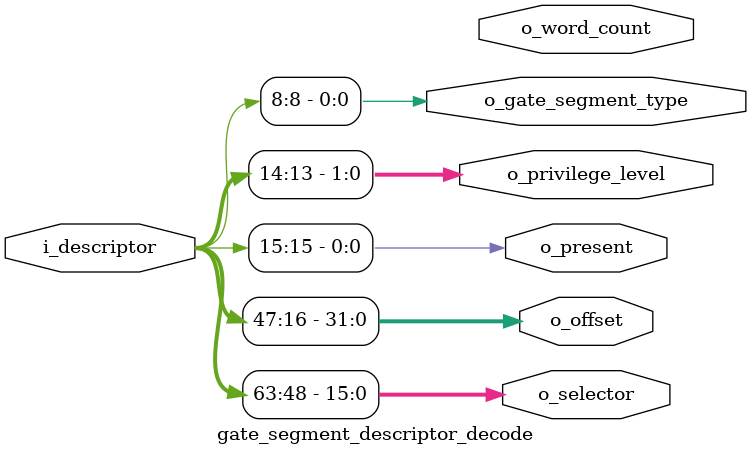
<source format=sv>
/*
project: w80386dx
author: Chang Wei<changwei1006@gmail.com>
repo: https://github.com/openx86/w80386dx
module: segment_descriptor_decode
create at: 2021-10-23 13:43:22
description: decode the segment register
*/

/* ref:
Intel386(TM) DX MICROPROCESSOR 32-BIT CHMOS MICROPROCESSOR WITH INTEGRATED MEMORY MANAGEMENT
4.3.4.6 GATE DESCRIPTORS (Se0, TYPEe4–7, C, F)
Gates are used to control access to entry points
within the target code segment. The various types of
gate descriptors are call gates, task gates, interrupt gates, and trap gates. Gates provide a level of
indirection between the source and destination of
the control transfer. This indirection allows the processor to automatically perform protection checks. It
also allows system designers to control entry points
to the operating system. Call gates are used to
change privilege levels (see section 4.4 Protection),
task gates are used to perform a task switch, and
interrupt and trap gates are used to specify interrupt
service routines.
Figure 4-8 shows the format of the four types of gate
descriptors. Call gates are primarily used to transfer
program control to a more privileged level. The call
gate descriptor consists of three fields: the access
byte, a long pointer (selector and offset) which
points to the start of a routine and a word count
which specifies how many parameters are to be copied from the caller’s stack to the stack of the called
routine. The word count field is only used by call
gates when there is a change in the privilege level,
other types of gates ignore the word count field.
Interrupt and trap gates use the destination selector
and destination offset fields of the gate descriptor as
a pointer to the start of the interrupt or trap handler
routines. The difference between interrupt gates and
trap gates is that the interrupt gate disables interrupts (resets the IF bit) while the trap gate does not.
*/

module gate_segment_descriptor_decode (
    // ports
    output logic [15:0] o_selector,
    output logic [31:0] o_offset,
    output logic        o_present,
    output logic [ 1:0] o_privilege_level,
    output logic        o_gate_segment_type,
    output logic [ 4:0] o_word_count,
    input  logic [63:0] i_descriptor
);

typedef enum logic [3:0] {
    // GATE_SEG_TYPE_INVALID_80286 = 4'h0,
    // GATE_SEG_TYPE_AVAILABLE_80286_TSS = 4'h1,
    // GATE_SEG_TYPE_LDT = 4'h2,
    // GATE_SEG_TYPE_BUSY_80286_TSS = 4'h3,
    GATE_SEG_TYPE_80286_CALL_GATE = 4'h4,
    GATE_SEG_TYPE_TASK_GATE = 4'h5,
    GATE_SEG_TYPE_80286_INTERRUPT_GATE = 4'h6,
    GATE_SEG_TYPE_80286_TRAP_GATE = 4'h7,
    // GATE_SEG_TYPE_INVALID_80286 = 4'h8,
    // GATE_SEG_TYPE_AVAILABLE_80386_TSS = 4'h9,
    // GATE_SEG_TYPE_UNDEFINED_0 = 4'hA,
    // GATE_SEG_TYPE_BUSY_80386_TSS = 4'hB,
    GATE_SEG_TYPE_80386_CALL_GATE = 4'hC,
    // GATE_SEG_TYPE_UNDEFINED_1 = 4'hD,
    GATE_SEG_TYPE_80386_INTERRUPT_GATE = 4'hE,
    GATE_SEG_TYPE_80386_TRAP_GATE = 4'hF
} gate_segment_type_t;

assign o_selector          = i_descriptor[63:48];
assign o_offset            = i_descriptor[47:16];
assign o_present           = i_descriptor[   15];
assign o_privilege_level   = i_descriptor[14:13];
assign o_gate_segment_type = i_descriptor[11: 8];

endmodule

</source>
